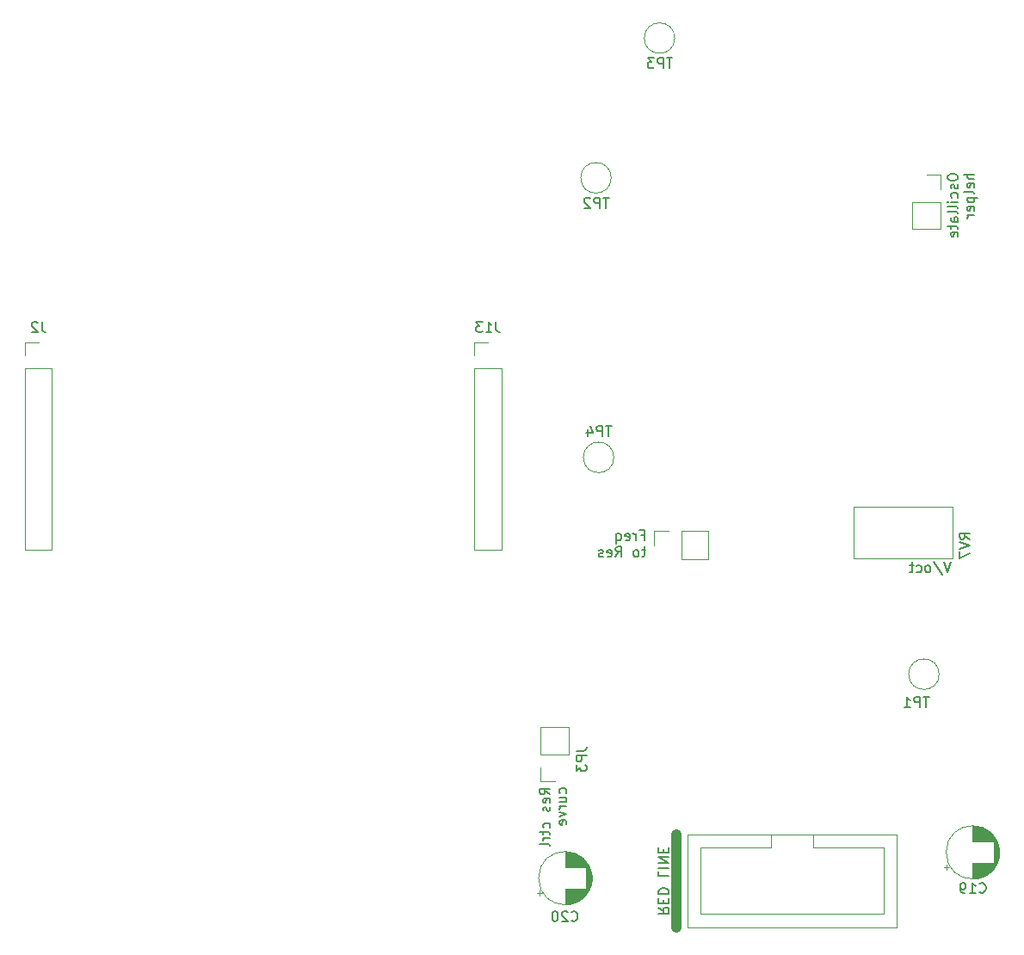
<source format=gbo>
%TF.GenerationSoftware,KiCad,Pcbnew,9.0.3*%
%TF.CreationDate,2026-01-03T16:36:44+00:00*%
%TF.ProjectId,state-variable-filter,73746174-652d-4766-9172-6961626c652d,rev?*%
%TF.SameCoordinates,Original*%
%TF.FileFunction,Legend,Bot*%
%TF.FilePolarity,Positive*%
%FSLAX46Y46*%
G04 Gerber Fmt 4.6, Leading zero omitted, Abs format (unit mm)*
G04 Created by KiCad (PCBNEW 9.0.3) date 2026-01-03 16:36:44*
%MOMM*%
%LPD*%
G01*
G04 APERTURE LIST*
%ADD10C,0.150000*%
%ADD11C,0.120000*%
%ADD12C,1.000000*%
G04 APERTURE END LIST*
D10*
X162171077Y-122313819D02*
X161837744Y-123313819D01*
X161837744Y-123313819D02*
X161504411Y-122313819D01*
X160456792Y-122266200D02*
X161313934Y-123551914D01*
X159980601Y-123313819D02*
X160075839Y-123266200D01*
X160075839Y-123266200D02*
X160123458Y-123218580D01*
X160123458Y-123218580D02*
X160171077Y-123123342D01*
X160171077Y-123123342D02*
X160171077Y-122837628D01*
X160171077Y-122837628D02*
X160123458Y-122742390D01*
X160123458Y-122742390D02*
X160075839Y-122694771D01*
X160075839Y-122694771D02*
X159980601Y-122647152D01*
X159980601Y-122647152D02*
X159837744Y-122647152D01*
X159837744Y-122647152D02*
X159742506Y-122694771D01*
X159742506Y-122694771D02*
X159694887Y-122742390D01*
X159694887Y-122742390D02*
X159647268Y-122837628D01*
X159647268Y-122837628D02*
X159647268Y-123123342D01*
X159647268Y-123123342D02*
X159694887Y-123218580D01*
X159694887Y-123218580D02*
X159742506Y-123266200D01*
X159742506Y-123266200D02*
X159837744Y-123313819D01*
X159837744Y-123313819D02*
X159980601Y-123313819D01*
X158790125Y-123266200D02*
X158885363Y-123313819D01*
X158885363Y-123313819D02*
X159075839Y-123313819D01*
X159075839Y-123313819D02*
X159171077Y-123266200D01*
X159171077Y-123266200D02*
X159218696Y-123218580D01*
X159218696Y-123218580D02*
X159266315Y-123123342D01*
X159266315Y-123123342D02*
X159266315Y-122837628D01*
X159266315Y-122837628D02*
X159218696Y-122742390D01*
X159218696Y-122742390D02*
X159171077Y-122694771D01*
X159171077Y-122694771D02*
X159075839Y-122647152D01*
X159075839Y-122647152D02*
X158885363Y-122647152D01*
X158885363Y-122647152D02*
X158790125Y-122694771D01*
X158504410Y-122647152D02*
X158123458Y-122647152D01*
X158361553Y-122313819D02*
X158361553Y-123170961D01*
X158361553Y-123170961D02*
X158313934Y-123266200D01*
X158313934Y-123266200D02*
X158218696Y-123313819D01*
X158218696Y-123313819D02*
X158123458Y-123313819D01*
X161851875Y-84347255D02*
X161851875Y-84537731D01*
X161851875Y-84537731D02*
X161899494Y-84632969D01*
X161899494Y-84632969D02*
X161994732Y-84728207D01*
X161994732Y-84728207D02*
X162185208Y-84775826D01*
X162185208Y-84775826D02*
X162518541Y-84775826D01*
X162518541Y-84775826D02*
X162709017Y-84728207D01*
X162709017Y-84728207D02*
X162804256Y-84632969D01*
X162804256Y-84632969D02*
X162851875Y-84537731D01*
X162851875Y-84537731D02*
X162851875Y-84347255D01*
X162851875Y-84347255D02*
X162804256Y-84252017D01*
X162804256Y-84252017D02*
X162709017Y-84156779D01*
X162709017Y-84156779D02*
X162518541Y-84109160D01*
X162518541Y-84109160D02*
X162185208Y-84109160D01*
X162185208Y-84109160D02*
X161994732Y-84156779D01*
X161994732Y-84156779D02*
X161899494Y-84252017D01*
X161899494Y-84252017D02*
X161851875Y-84347255D01*
X162804256Y-85156779D02*
X162851875Y-85252017D01*
X162851875Y-85252017D02*
X162851875Y-85442493D01*
X162851875Y-85442493D02*
X162804256Y-85537731D01*
X162804256Y-85537731D02*
X162709017Y-85585350D01*
X162709017Y-85585350D02*
X162661398Y-85585350D01*
X162661398Y-85585350D02*
X162566160Y-85537731D01*
X162566160Y-85537731D02*
X162518541Y-85442493D01*
X162518541Y-85442493D02*
X162518541Y-85299636D01*
X162518541Y-85299636D02*
X162470922Y-85204398D01*
X162470922Y-85204398D02*
X162375684Y-85156779D01*
X162375684Y-85156779D02*
X162328065Y-85156779D01*
X162328065Y-85156779D02*
X162232827Y-85204398D01*
X162232827Y-85204398D02*
X162185208Y-85299636D01*
X162185208Y-85299636D02*
X162185208Y-85442493D01*
X162185208Y-85442493D02*
X162232827Y-85537731D01*
X162804256Y-86442493D02*
X162851875Y-86347255D01*
X162851875Y-86347255D02*
X162851875Y-86156779D01*
X162851875Y-86156779D02*
X162804256Y-86061541D01*
X162804256Y-86061541D02*
X162756636Y-86013922D01*
X162756636Y-86013922D02*
X162661398Y-85966303D01*
X162661398Y-85966303D02*
X162375684Y-85966303D01*
X162375684Y-85966303D02*
X162280446Y-86013922D01*
X162280446Y-86013922D02*
X162232827Y-86061541D01*
X162232827Y-86061541D02*
X162185208Y-86156779D01*
X162185208Y-86156779D02*
X162185208Y-86347255D01*
X162185208Y-86347255D02*
X162232827Y-86442493D01*
X162851875Y-86871065D02*
X162185208Y-86871065D01*
X161851875Y-86871065D02*
X161899494Y-86823446D01*
X161899494Y-86823446D02*
X161947113Y-86871065D01*
X161947113Y-86871065D02*
X161899494Y-86918684D01*
X161899494Y-86918684D02*
X161851875Y-86871065D01*
X161851875Y-86871065D02*
X161947113Y-86871065D01*
X162851875Y-87490112D02*
X162804256Y-87394874D01*
X162804256Y-87394874D02*
X162709017Y-87347255D01*
X162709017Y-87347255D02*
X161851875Y-87347255D01*
X162851875Y-88013922D02*
X162804256Y-87918684D01*
X162804256Y-87918684D02*
X162709017Y-87871065D01*
X162709017Y-87871065D02*
X161851875Y-87871065D01*
X162851875Y-88823446D02*
X162328065Y-88823446D01*
X162328065Y-88823446D02*
X162232827Y-88775827D01*
X162232827Y-88775827D02*
X162185208Y-88680589D01*
X162185208Y-88680589D02*
X162185208Y-88490113D01*
X162185208Y-88490113D02*
X162232827Y-88394875D01*
X162804256Y-88823446D02*
X162851875Y-88728208D01*
X162851875Y-88728208D02*
X162851875Y-88490113D01*
X162851875Y-88490113D02*
X162804256Y-88394875D01*
X162804256Y-88394875D02*
X162709017Y-88347256D01*
X162709017Y-88347256D02*
X162613779Y-88347256D01*
X162613779Y-88347256D02*
X162518541Y-88394875D01*
X162518541Y-88394875D02*
X162470922Y-88490113D01*
X162470922Y-88490113D02*
X162470922Y-88728208D01*
X162470922Y-88728208D02*
X162423303Y-88823446D01*
X162185208Y-89156780D02*
X162185208Y-89537732D01*
X161851875Y-89299637D02*
X162709017Y-89299637D01*
X162709017Y-89299637D02*
X162804256Y-89347256D01*
X162804256Y-89347256D02*
X162851875Y-89442494D01*
X162851875Y-89442494D02*
X162851875Y-89537732D01*
X162804256Y-90252018D02*
X162851875Y-90156780D01*
X162851875Y-90156780D02*
X162851875Y-89966304D01*
X162851875Y-89966304D02*
X162804256Y-89871066D01*
X162804256Y-89871066D02*
X162709017Y-89823447D01*
X162709017Y-89823447D02*
X162328065Y-89823447D01*
X162328065Y-89823447D02*
X162232827Y-89871066D01*
X162232827Y-89871066D02*
X162185208Y-89966304D01*
X162185208Y-89966304D02*
X162185208Y-90156780D01*
X162185208Y-90156780D02*
X162232827Y-90252018D01*
X162232827Y-90252018D02*
X162328065Y-90299637D01*
X162328065Y-90299637D02*
X162423303Y-90299637D01*
X162423303Y-90299637D02*
X162518541Y-89823447D01*
X164461819Y-84156779D02*
X163461819Y-84156779D01*
X164461819Y-84585350D02*
X163938009Y-84585350D01*
X163938009Y-84585350D02*
X163842771Y-84537731D01*
X163842771Y-84537731D02*
X163795152Y-84442493D01*
X163795152Y-84442493D02*
X163795152Y-84299636D01*
X163795152Y-84299636D02*
X163842771Y-84204398D01*
X163842771Y-84204398D02*
X163890390Y-84156779D01*
X164414200Y-85442493D02*
X164461819Y-85347255D01*
X164461819Y-85347255D02*
X164461819Y-85156779D01*
X164461819Y-85156779D02*
X164414200Y-85061541D01*
X164414200Y-85061541D02*
X164318961Y-85013922D01*
X164318961Y-85013922D02*
X163938009Y-85013922D01*
X163938009Y-85013922D02*
X163842771Y-85061541D01*
X163842771Y-85061541D02*
X163795152Y-85156779D01*
X163795152Y-85156779D02*
X163795152Y-85347255D01*
X163795152Y-85347255D02*
X163842771Y-85442493D01*
X163842771Y-85442493D02*
X163938009Y-85490112D01*
X163938009Y-85490112D02*
X164033247Y-85490112D01*
X164033247Y-85490112D02*
X164128485Y-85013922D01*
X164461819Y-86061541D02*
X164414200Y-85966303D01*
X164414200Y-85966303D02*
X164318961Y-85918684D01*
X164318961Y-85918684D02*
X163461819Y-85918684D01*
X163795152Y-86442494D02*
X164795152Y-86442494D01*
X163842771Y-86442494D02*
X163795152Y-86537732D01*
X163795152Y-86537732D02*
X163795152Y-86728208D01*
X163795152Y-86728208D02*
X163842771Y-86823446D01*
X163842771Y-86823446D02*
X163890390Y-86871065D01*
X163890390Y-86871065D02*
X163985628Y-86918684D01*
X163985628Y-86918684D02*
X164271342Y-86918684D01*
X164271342Y-86918684D02*
X164366580Y-86871065D01*
X164366580Y-86871065D02*
X164414200Y-86823446D01*
X164414200Y-86823446D02*
X164461819Y-86728208D01*
X164461819Y-86728208D02*
X164461819Y-86537732D01*
X164461819Y-86537732D02*
X164414200Y-86442494D01*
X164414200Y-87728208D02*
X164461819Y-87632970D01*
X164461819Y-87632970D02*
X164461819Y-87442494D01*
X164461819Y-87442494D02*
X164414200Y-87347256D01*
X164414200Y-87347256D02*
X164318961Y-87299637D01*
X164318961Y-87299637D02*
X163938009Y-87299637D01*
X163938009Y-87299637D02*
X163842771Y-87347256D01*
X163842771Y-87347256D02*
X163795152Y-87442494D01*
X163795152Y-87442494D02*
X163795152Y-87632970D01*
X163795152Y-87632970D02*
X163842771Y-87728208D01*
X163842771Y-87728208D02*
X163938009Y-87775827D01*
X163938009Y-87775827D02*
X164033247Y-87775827D01*
X164033247Y-87775827D02*
X164128485Y-87299637D01*
X164461819Y-88204399D02*
X163795152Y-88204399D01*
X163985628Y-88204399D02*
X163890390Y-88252018D01*
X163890390Y-88252018D02*
X163842771Y-88299637D01*
X163842771Y-88299637D02*
X163795152Y-88394875D01*
X163795152Y-88394875D02*
X163795152Y-88490113D01*
X122719875Y-145180207D02*
X122243684Y-144846874D01*
X122719875Y-144608779D02*
X121719875Y-144608779D01*
X121719875Y-144608779D02*
X121719875Y-144989731D01*
X121719875Y-144989731D02*
X121767494Y-145084969D01*
X121767494Y-145084969D02*
X121815113Y-145132588D01*
X121815113Y-145132588D02*
X121910351Y-145180207D01*
X121910351Y-145180207D02*
X122053208Y-145180207D01*
X122053208Y-145180207D02*
X122148446Y-145132588D01*
X122148446Y-145132588D02*
X122196065Y-145084969D01*
X122196065Y-145084969D02*
X122243684Y-144989731D01*
X122243684Y-144989731D02*
X122243684Y-144608779D01*
X122672256Y-145989731D02*
X122719875Y-145894493D01*
X122719875Y-145894493D02*
X122719875Y-145704017D01*
X122719875Y-145704017D02*
X122672256Y-145608779D01*
X122672256Y-145608779D02*
X122577017Y-145561160D01*
X122577017Y-145561160D02*
X122196065Y-145561160D01*
X122196065Y-145561160D02*
X122100827Y-145608779D01*
X122100827Y-145608779D02*
X122053208Y-145704017D01*
X122053208Y-145704017D02*
X122053208Y-145894493D01*
X122053208Y-145894493D02*
X122100827Y-145989731D01*
X122100827Y-145989731D02*
X122196065Y-146037350D01*
X122196065Y-146037350D02*
X122291303Y-146037350D01*
X122291303Y-146037350D02*
X122386541Y-145561160D01*
X122672256Y-146418303D02*
X122719875Y-146513541D01*
X122719875Y-146513541D02*
X122719875Y-146704017D01*
X122719875Y-146704017D02*
X122672256Y-146799255D01*
X122672256Y-146799255D02*
X122577017Y-146846874D01*
X122577017Y-146846874D02*
X122529398Y-146846874D01*
X122529398Y-146846874D02*
X122434160Y-146799255D01*
X122434160Y-146799255D02*
X122386541Y-146704017D01*
X122386541Y-146704017D02*
X122386541Y-146561160D01*
X122386541Y-146561160D02*
X122338922Y-146465922D01*
X122338922Y-146465922D02*
X122243684Y-146418303D01*
X122243684Y-146418303D02*
X122196065Y-146418303D01*
X122196065Y-146418303D02*
X122100827Y-146465922D01*
X122100827Y-146465922D02*
X122053208Y-146561160D01*
X122053208Y-146561160D02*
X122053208Y-146704017D01*
X122053208Y-146704017D02*
X122100827Y-146799255D01*
X122672256Y-148465922D02*
X122719875Y-148370684D01*
X122719875Y-148370684D02*
X122719875Y-148180208D01*
X122719875Y-148180208D02*
X122672256Y-148084970D01*
X122672256Y-148084970D02*
X122624636Y-148037351D01*
X122624636Y-148037351D02*
X122529398Y-147989732D01*
X122529398Y-147989732D02*
X122243684Y-147989732D01*
X122243684Y-147989732D02*
X122148446Y-148037351D01*
X122148446Y-148037351D02*
X122100827Y-148084970D01*
X122100827Y-148084970D02*
X122053208Y-148180208D01*
X122053208Y-148180208D02*
X122053208Y-148370684D01*
X122053208Y-148370684D02*
X122100827Y-148465922D01*
X122053208Y-148751637D02*
X122053208Y-149132589D01*
X121719875Y-148894494D02*
X122577017Y-148894494D01*
X122577017Y-148894494D02*
X122672256Y-148942113D01*
X122672256Y-148942113D02*
X122719875Y-149037351D01*
X122719875Y-149037351D02*
X122719875Y-149132589D01*
X122719875Y-149465923D02*
X122053208Y-149465923D01*
X122243684Y-149465923D02*
X122148446Y-149513542D01*
X122148446Y-149513542D02*
X122100827Y-149561161D01*
X122100827Y-149561161D02*
X122053208Y-149656399D01*
X122053208Y-149656399D02*
X122053208Y-149751637D01*
X122719875Y-150227828D02*
X122672256Y-150132590D01*
X122672256Y-150132590D02*
X122577017Y-150084971D01*
X122577017Y-150084971D02*
X121719875Y-150084971D01*
X124282200Y-145037350D02*
X124329819Y-144942112D01*
X124329819Y-144942112D02*
X124329819Y-144751636D01*
X124329819Y-144751636D02*
X124282200Y-144656398D01*
X124282200Y-144656398D02*
X124234580Y-144608779D01*
X124234580Y-144608779D02*
X124139342Y-144561160D01*
X124139342Y-144561160D02*
X123853628Y-144561160D01*
X123853628Y-144561160D02*
X123758390Y-144608779D01*
X123758390Y-144608779D02*
X123710771Y-144656398D01*
X123710771Y-144656398D02*
X123663152Y-144751636D01*
X123663152Y-144751636D02*
X123663152Y-144942112D01*
X123663152Y-144942112D02*
X123710771Y-145037350D01*
X123663152Y-145894493D02*
X124329819Y-145894493D01*
X123663152Y-145465922D02*
X124186961Y-145465922D01*
X124186961Y-145465922D02*
X124282200Y-145513541D01*
X124282200Y-145513541D02*
X124329819Y-145608779D01*
X124329819Y-145608779D02*
X124329819Y-145751636D01*
X124329819Y-145751636D02*
X124282200Y-145846874D01*
X124282200Y-145846874D02*
X124234580Y-145894493D01*
X124329819Y-146370684D02*
X123663152Y-146370684D01*
X123853628Y-146370684D02*
X123758390Y-146418303D01*
X123758390Y-146418303D02*
X123710771Y-146465922D01*
X123710771Y-146465922D02*
X123663152Y-146561160D01*
X123663152Y-146561160D02*
X123663152Y-146656398D01*
X123663152Y-146894494D02*
X124329819Y-147132589D01*
X124329819Y-147132589D02*
X123663152Y-147370684D01*
X124282200Y-148132589D02*
X124329819Y-148037351D01*
X124329819Y-148037351D02*
X124329819Y-147846875D01*
X124329819Y-147846875D02*
X124282200Y-147751637D01*
X124282200Y-147751637D02*
X124186961Y-147704018D01*
X124186961Y-147704018D02*
X123806009Y-147704018D01*
X123806009Y-147704018D02*
X123710771Y-147751637D01*
X123710771Y-147751637D02*
X123663152Y-147846875D01*
X123663152Y-147846875D02*
X123663152Y-148037351D01*
X123663152Y-148037351D02*
X123710771Y-148132589D01*
X123710771Y-148132589D02*
X123806009Y-148180208D01*
X123806009Y-148180208D02*
X123901247Y-148180208D01*
X123901247Y-148180208D02*
X123996485Y-147704018D01*
X131663887Y-119656065D02*
X131997220Y-119656065D01*
X131997220Y-120179875D02*
X131997220Y-119179875D01*
X131997220Y-119179875D02*
X131521030Y-119179875D01*
X131140077Y-120179875D02*
X131140077Y-119513208D01*
X131140077Y-119703684D02*
X131092458Y-119608446D01*
X131092458Y-119608446D02*
X131044839Y-119560827D01*
X131044839Y-119560827D02*
X130949601Y-119513208D01*
X130949601Y-119513208D02*
X130854363Y-119513208D01*
X130140077Y-120132256D02*
X130235315Y-120179875D01*
X130235315Y-120179875D02*
X130425791Y-120179875D01*
X130425791Y-120179875D02*
X130521029Y-120132256D01*
X130521029Y-120132256D02*
X130568648Y-120037017D01*
X130568648Y-120037017D02*
X130568648Y-119656065D01*
X130568648Y-119656065D02*
X130521029Y-119560827D01*
X130521029Y-119560827D02*
X130425791Y-119513208D01*
X130425791Y-119513208D02*
X130235315Y-119513208D01*
X130235315Y-119513208D02*
X130140077Y-119560827D01*
X130140077Y-119560827D02*
X130092458Y-119656065D01*
X130092458Y-119656065D02*
X130092458Y-119751303D01*
X130092458Y-119751303D02*
X130568648Y-119846541D01*
X129235315Y-119513208D02*
X129235315Y-120513208D01*
X129235315Y-120132256D02*
X129330553Y-120179875D01*
X129330553Y-120179875D02*
X129521029Y-120179875D01*
X129521029Y-120179875D02*
X129616267Y-120132256D01*
X129616267Y-120132256D02*
X129663886Y-120084636D01*
X129663886Y-120084636D02*
X129711505Y-119989398D01*
X129711505Y-119989398D02*
X129711505Y-119703684D01*
X129711505Y-119703684D02*
X129663886Y-119608446D01*
X129663886Y-119608446D02*
X129616267Y-119560827D01*
X129616267Y-119560827D02*
X129521029Y-119513208D01*
X129521029Y-119513208D02*
X129330553Y-119513208D01*
X129330553Y-119513208D02*
X129235315Y-119560827D01*
X132140077Y-121123152D02*
X131759125Y-121123152D01*
X131997220Y-120789819D02*
X131997220Y-121646961D01*
X131997220Y-121646961D02*
X131949601Y-121742200D01*
X131949601Y-121742200D02*
X131854363Y-121789819D01*
X131854363Y-121789819D02*
X131759125Y-121789819D01*
X131282934Y-121789819D02*
X131378172Y-121742200D01*
X131378172Y-121742200D02*
X131425791Y-121694580D01*
X131425791Y-121694580D02*
X131473410Y-121599342D01*
X131473410Y-121599342D02*
X131473410Y-121313628D01*
X131473410Y-121313628D02*
X131425791Y-121218390D01*
X131425791Y-121218390D02*
X131378172Y-121170771D01*
X131378172Y-121170771D02*
X131282934Y-121123152D01*
X131282934Y-121123152D02*
X131140077Y-121123152D01*
X131140077Y-121123152D02*
X131044839Y-121170771D01*
X131044839Y-121170771D02*
X130997220Y-121218390D01*
X130997220Y-121218390D02*
X130949601Y-121313628D01*
X130949601Y-121313628D02*
X130949601Y-121599342D01*
X130949601Y-121599342D02*
X130997220Y-121694580D01*
X130997220Y-121694580D02*
X131044839Y-121742200D01*
X131044839Y-121742200D02*
X131140077Y-121789819D01*
X131140077Y-121789819D02*
X131282934Y-121789819D01*
X129187696Y-121789819D02*
X129521029Y-121313628D01*
X129759124Y-121789819D02*
X129759124Y-120789819D01*
X129759124Y-120789819D02*
X129378172Y-120789819D01*
X129378172Y-120789819D02*
X129282934Y-120837438D01*
X129282934Y-120837438D02*
X129235315Y-120885057D01*
X129235315Y-120885057D02*
X129187696Y-120980295D01*
X129187696Y-120980295D02*
X129187696Y-121123152D01*
X129187696Y-121123152D02*
X129235315Y-121218390D01*
X129235315Y-121218390D02*
X129282934Y-121266009D01*
X129282934Y-121266009D02*
X129378172Y-121313628D01*
X129378172Y-121313628D02*
X129759124Y-121313628D01*
X128378172Y-121742200D02*
X128473410Y-121789819D01*
X128473410Y-121789819D02*
X128663886Y-121789819D01*
X128663886Y-121789819D02*
X128759124Y-121742200D01*
X128759124Y-121742200D02*
X128806743Y-121646961D01*
X128806743Y-121646961D02*
X128806743Y-121266009D01*
X128806743Y-121266009D02*
X128759124Y-121170771D01*
X128759124Y-121170771D02*
X128663886Y-121123152D01*
X128663886Y-121123152D02*
X128473410Y-121123152D01*
X128473410Y-121123152D02*
X128378172Y-121170771D01*
X128378172Y-121170771D02*
X128330553Y-121266009D01*
X128330553Y-121266009D02*
X128330553Y-121361247D01*
X128330553Y-121361247D02*
X128806743Y-121456485D01*
X127949600Y-121742200D02*
X127854362Y-121789819D01*
X127854362Y-121789819D02*
X127663886Y-121789819D01*
X127663886Y-121789819D02*
X127568648Y-121742200D01*
X127568648Y-121742200D02*
X127521029Y-121646961D01*
X127521029Y-121646961D02*
X127521029Y-121599342D01*
X127521029Y-121599342D02*
X127568648Y-121504104D01*
X127568648Y-121504104D02*
X127663886Y-121456485D01*
X127663886Y-121456485D02*
X127806743Y-121456485D01*
X127806743Y-121456485D02*
X127901981Y-121408866D01*
X127901981Y-121408866D02*
X127949600Y-121313628D01*
X127949600Y-121313628D02*
X127949600Y-121266009D01*
X127949600Y-121266009D02*
X127901981Y-121170771D01*
X127901981Y-121170771D02*
X127806743Y-121123152D01*
X127806743Y-121123152D02*
X127663886Y-121123152D01*
X127663886Y-121123152D02*
X127568648Y-121170771D01*
X128511904Y-86454819D02*
X127940476Y-86454819D01*
X128226190Y-87454819D02*
X128226190Y-86454819D01*
X127607142Y-87454819D02*
X127607142Y-86454819D01*
X127607142Y-86454819D02*
X127226190Y-86454819D01*
X127226190Y-86454819D02*
X127130952Y-86502438D01*
X127130952Y-86502438D02*
X127083333Y-86550057D01*
X127083333Y-86550057D02*
X127035714Y-86645295D01*
X127035714Y-86645295D02*
X127035714Y-86788152D01*
X127035714Y-86788152D02*
X127083333Y-86883390D01*
X127083333Y-86883390D02*
X127130952Y-86931009D01*
X127130952Y-86931009D02*
X127226190Y-86978628D01*
X127226190Y-86978628D02*
X127607142Y-86978628D01*
X126654761Y-86550057D02*
X126607142Y-86502438D01*
X126607142Y-86502438D02*
X126511904Y-86454819D01*
X126511904Y-86454819D02*
X126273809Y-86454819D01*
X126273809Y-86454819D02*
X126178571Y-86502438D01*
X126178571Y-86502438D02*
X126130952Y-86550057D01*
X126130952Y-86550057D02*
X126083333Y-86645295D01*
X126083333Y-86645295D02*
X126083333Y-86740533D01*
X126083333Y-86740533D02*
X126130952Y-86883390D01*
X126130952Y-86883390D02*
X126702380Y-87454819D01*
X126702380Y-87454819D02*
X126083333Y-87454819D01*
X160011904Y-135598819D02*
X159440476Y-135598819D01*
X159726190Y-136598819D02*
X159726190Y-135598819D01*
X159107142Y-136598819D02*
X159107142Y-135598819D01*
X159107142Y-135598819D02*
X158726190Y-135598819D01*
X158726190Y-135598819D02*
X158630952Y-135646438D01*
X158630952Y-135646438D02*
X158583333Y-135694057D01*
X158583333Y-135694057D02*
X158535714Y-135789295D01*
X158535714Y-135789295D02*
X158535714Y-135932152D01*
X158535714Y-135932152D02*
X158583333Y-136027390D01*
X158583333Y-136027390D02*
X158630952Y-136075009D01*
X158630952Y-136075009D02*
X158726190Y-136122628D01*
X158726190Y-136122628D02*
X159107142Y-136122628D01*
X157583333Y-136598819D02*
X158154761Y-136598819D01*
X157869047Y-136598819D02*
X157869047Y-135598819D01*
X157869047Y-135598819D02*
X157964285Y-135741676D01*
X157964285Y-135741676D02*
X158059523Y-135836914D01*
X158059523Y-135836914D02*
X158154761Y-135884533D01*
X128769904Y-108928819D02*
X128198476Y-108928819D01*
X128484190Y-109928819D02*
X128484190Y-108928819D01*
X127865142Y-109928819D02*
X127865142Y-108928819D01*
X127865142Y-108928819D02*
X127484190Y-108928819D01*
X127484190Y-108928819D02*
X127388952Y-108976438D01*
X127388952Y-108976438D02*
X127341333Y-109024057D01*
X127341333Y-109024057D02*
X127293714Y-109119295D01*
X127293714Y-109119295D02*
X127293714Y-109262152D01*
X127293714Y-109262152D02*
X127341333Y-109357390D01*
X127341333Y-109357390D02*
X127388952Y-109405009D01*
X127388952Y-109405009D02*
X127484190Y-109452628D01*
X127484190Y-109452628D02*
X127865142Y-109452628D01*
X126436571Y-109262152D02*
X126436571Y-109928819D01*
X126674666Y-108881200D02*
X126912761Y-109595485D01*
X126912761Y-109595485D02*
X126293714Y-109595485D01*
X164980857Y-154791580D02*
X165028476Y-154839200D01*
X165028476Y-154839200D02*
X165171333Y-154886819D01*
X165171333Y-154886819D02*
X165266571Y-154886819D01*
X165266571Y-154886819D02*
X165409428Y-154839200D01*
X165409428Y-154839200D02*
X165504666Y-154743961D01*
X165504666Y-154743961D02*
X165552285Y-154648723D01*
X165552285Y-154648723D02*
X165599904Y-154458247D01*
X165599904Y-154458247D02*
X165599904Y-154315390D01*
X165599904Y-154315390D02*
X165552285Y-154124914D01*
X165552285Y-154124914D02*
X165504666Y-154029676D01*
X165504666Y-154029676D02*
X165409428Y-153934438D01*
X165409428Y-153934438D02*
X165266571Y-153886819D01*
X165266571Y-153886819D02*
X165171333Y-153886819D01*
X165171333Y-153886819D02*
X165028476Y-153934438D01*
X165028476Y-153934438D02*
X164980857Y-153982057D01*
X164028476Y-154886819D02*
X164599904Y-154886819D01*
X164314190Y-154886819D02*
X164314190Y-153886819D01*
X164314190Y-153886819D02*
X164409428Y-154029676D01*
X164409428Y-154029676D02*
X164504666Y-154124914D01*
X164504666Y-154124914D02*
X164599904Y-154172533D01*
X163552285Y-154886819D02*
X163361809Y-154886819D01*
X163361809Y-154886819D02*
X163266571Y-154839200D01*
X163266571Y-154839200D02*
X163218952Y-154791580D01*
X163218952Y-154791580D02*
X163123714Y-154648723D01*
X163123714Y-154648723D02*
X163076095Y-154458247D01*
X163076095Y-154458247D02*
X163076095Y-154077295D01*
X163076095Y-154077295D02*
X163123714Y-153982057D01*
X163123714Y-153982057D02*
X163171333Y-153934438D01*
X163171333Y-153934438D02*
X163266571Y-153886819D01*
X163266571Y-153886819D02*
X163457047Y-153886819D01*
X163457047Y-153886819D02*
X163552285Y-153934438D01*
X163552285Y-153934438D02*
X163599904Y-153982057D01*
X163599904Y-153982057D02*
X163647523Y-154077295D01*
X163647523Y-154077295D02*
X163647523Y-154315390D01*
X163647523Y-154315390D02*
X163599904Y-154410628D01*
X163599904Y-154410628D02*
X163552285Y-154458247D01*
X163552285Y-154458247D02*
X163457047Y-154505866D01*
X163457047Y-154505866D02*
X163266571Y-154505866D01*
X163266571Y-154505866D02*
X163171333Y-154458247D01*
X163171333Y-154458247D02*
X163123714Y-154410628D01*
X163123714Y-154410628D02*
X163076095Y-154315390D01*
X133403180Y-156312857D02*
X133879371Y-156646190D01*
X133403180Y-156884285D02*
X134403180Y-156884285D01*
X134403180Y-156884285D02*
X134403180Y-156503333D01*
X134403180Y-156503333D02*
X134355561Y-156408095D01*
X134355561Y-156408095D02*
X134307942Y-156360476D01*
X134307942Y-156360476D02*
X134212704Y-156312857D01*
X134212704Y-156312857D02*
X134069847Y-156312857D01*
X134069847Y-156312857D02*
X133974609Y-156360476D01*
X133974609Y-156360476D02*
X133926990Y-156408095D01*
X133926990Y-156408095D02*
X133879371Y-156503333D01*
X133879371Y-156503333D02*
X133879371Y-156884285D01*
X133926990Y-155884285D02*
X133926990Y-155550952D01*
X133403180Y-155408095D02*
X133403180Y-155884285D01*
X133403180Y-155884285D02*
X134403180Y-155884285D01*
X134403180Y-155884285D02*
X134403180Y-155408095D01*
X133403180Y-154979523D02*
X134403180Y-154979523D01*
X134403180Y-154979523D02*
X134403180Y-154741428D01*
X134403180Y-154741428D02*
X134355561Y-154598571D01*
X134355561Y-154598571D02*
X134260323Y-154503333D01*
X134260323Y-154503333D02*
X134165085Y-154455714D01*
X134165085Y-154455714D02*
X133974609Y-154408095D01*
X133974609Y-154408095D02*
X133831752Y-154408095D01*
X133831752Y-154408095D02*
X133641276Y-154455714D01*
X133641276Y-154455714D02*
X133546038Y-154503333D01*
X133546038Y-154503333D02*
X133450800Y-154598571D01*
X133450800Y-154598571D02*
X133403180Y-154741428D01*
X133403180Y-154741428D02*
X133403180Y-154979523D01*
X133403180Y-152741428D02*
X133403180Y-153217618D01*
X133403180Y-153217618D02*
X134403180Y-153217618D01*
X133403180Y-152408094D02*
X134403180Y-152408094D01*
X133403180Y-151931904D02*
X134403180Y-151931904D01*
X134403180Y-151931904D02*
X133403180Y-151360476D01*
X133403180Y-151360476D02*
X134403180Y-151360476D01*
X133926990Y-150884285D02*
X133926990Y-150550952D01*
X133403180Y-150408095D02*
X133403180Y-150884285D01*
X133403180Y-150884285D02*
X134403180Y-150884285D01*
X134403180Y-150884285D02*
X134403180Y-150408095D01*
X164030819Y-120054761D02*
X163554628Y-119721428D01*
X164030819Y-119483333D02*
X163030819Y-119483333D01*
X163030819Y-119483333D02*
X163030819Y-119864285D01*
X163030819Y-119864285D02*
X163078438Y-119959523D01*
X163078438Y-119959523D02*
X163126057Y-120007142D01*
X163126057Y-120007142D02*
X163221295Y-120054761D01*
X163221295Y-120054761D02*
X163364152Y-120054761D01*
X163364152Y-120054761D02*
X163459390Y-120007142D01*
X163459390Y-120007142D02*
X163507009Y-119959523D01*
X163507009Y-119959523D02*
X163554628Y-119864285D01*
X163554628Y-119864285D02*
X163554628Y-119483333D01*
X163030819Y-120340476D02*
X164030819Y-120673809D01*
X164030819Y-120673809D02*
X163030819Y-121007142D01*
X163030819Y-121245238D02*
X163030819Y-121911904D01*
X163030819Y-121911904D02*
X164030819Y-121483333D01*
X72733333Y-98684819D02*
X72733333Y-99399104D01*
X72733333Y-99399104D02*
X72780952Y-99541961D01*
X72780952Y-99541961D02*
X72876190Y-99637200D01*
X72876190Y-99637200D02*
X73019047Y-99684819D01*
X73019047Y-99684819D02*
X73114285Y-99684819D01*
X72304761Y-98780057D02*
X72257142Y-98732438D01*
X72257142Y-98732438D02*
X72161904Y-98684819D01*
X72161904Y-98684819D02*
X71923809Y-98684819D01*
X71923809Y-98684819D02*
X71828571Y-98732438D01*
X71828571Y-98732438D02*
X71780952Y-98780057D01*
X71780952Y-98780057D02*
X71733333Y-98875295D01*
X71733333Y-98875295D02*
X71733333Y-98970533D01*
X71733333Y-98970533D02*
X71780952Y-99113390D01*
X71780952Y-99113390D02*
X72352380Y-99684819D01*
X72352380Y-99684819D02*
X71733333Y-99684819D01*
X134761904Y-72704819D02*
X134190476Y-72704819D01*
X134476190Y-73704819D02*
X134476190Y-72704819D01*
X133857142Y-73704819D02*
X133857142Y-72704819D01*
X133857142Y-72704819D02*
X133476190Y-72704819D01*
X133476190Y-72704819D02*
X133380952Y-72752438D01*
X133380952Y-72752438D02*
X133333333Y-72800057D01*
X133333333Y-72800057D02*
X133285714Y-72895295D01*
X133285714Y-72895295D02*
X133285714Y-73038152D01*
X133285714Y-73038152D02*
X133333333Y-73133390D01*
X133333333Y-73133390D02*
X133380952Y-73181009D01*
X133380952Y-73181009D02*
X133476190Y-73228628D01*
X133476190Y-73228628D02*
X133857142Y-73228628D01*
X132952380Y-72704819D02*
X132333333Y-72704819D01*
X132333333Y-72704819D02*
X132666666Y-73085771D01*
X132666666Y-73085771D02*
X132523809Y-73085771D01*
X132523809Y-73085771D02*
X132428571Y-73133390D01*
X132428571Y-73133390D02*
X132380952Y-73181009D01*
X132380952Y-73181009D02*
X132333333Y-73276247D01*
X132333333Y-73276247D02*
X132333333Y-73514342D01*
X132333333Y-73514342D02*
X132380952Y-73609580D01*
X132380952Y-73609580D02*
X132428571Y-73657200D01*
X132428571Y-73657200D02*
X132523809Y-73704819D01*
X132523809Y-73704819D02*
X132809523Y-73704819D01*
X132809523Y-73704819D02*
X132904761Y-73657200D01*
X132904761Y-73657200D02*
X132952380Y-73609580D01*
X125311819Y-140898666D02*
X126026104Y-140898666D01*
X126026104Y-140898666D02*
X126168961Y-140851047D01*
X126168961Y-140851047D02*
X126264200Y-140755809D01*
X126264200Y-140755809D02*
X126311819Y-140612952D01*
X126311819Y-140612952D02*
X126311819Y-140517714D01*
X126311819Y-141374857D02*
X125311819Y-141374857D01*
X125311819Y-141374857D02*
X125311819Y-141755809D01*
X125311819Y-141755809D02*
X125359438Y-141851047D01*
X125359438Y-141851047D02*
X125407057Y-141898666D01*
X125407057Y-141898666D02*
X125502295Y-141946285D01*
X125502295Y-141946285D02*
X125645152Y-141946285D01*
X125645152Y-141946285D02*
X125740390Y-141898666D01*
X125740390Y-141898666D02*
X125788009Y-141851047D01*
X125788009Y-141851047D02*
X125835628Y-141755809D01*
X125835628Y-141755809D02*
X125835628Y-141374857D01*
X125311819Y-142279619D02*
X125311819Y-142898666D01*
X125311819Y-142898666D02*
X125692771Y-142565333D01*
X125692771Y-142565333D02*
X125692771Y-142708190D01*
X125692771Y-142708190D02*
X125740390Y-142803428D01*
X125740390Y-142803428D02*
X125788009Y-142851047D01*
X125788009Y-142851047D02*
X125883247Y-142898666D01*
X125883247Y-142898666D02*
X126121342Y-142898666D01*
X126121342Y-142898666D02*
X126216580Y-142851047D01*
X126216580Y-142851047D02*
X126264200Y-142803428D01*
X126264200Y-142803428D02*
X126311819Y-142708190D01*
X126311819Y-142708190D02*
X126311819Y-142422476D01*
X126311819Y-142422476D02*
X126264200Y-142327238D01*
X126264200Y-142327238D02*
X126216580Y-142279619D01*
X124832857Y-157585580D02*
X124880476Y-157633200D01*
X124880476Y-157633200D02*
X125023333Y-157680819D01*
X125023333Y-157680819D02*
X125118571Y-157680819D01*
X125118571Y-157680819D02*
X125261428Y-157633200D01*
X125261428Y-157633200D02*
X125356666Y-157537961D01*
X125356666Y-157537961D02*
X125404285Y-157442723D01*
X125404285Y-157442723D02*
X125451904Y-157252247D01*
X125451904Y-157252247D02*
X125451904Y-157109390D01*
X125451904Y-157109390D02*
X125404285Y-156918914D01*
X125404285Y-156918914D02*
X125356666Y-156823676D01*
X125356666Y-156823676D02*
X125261428Y-156728438D01*
X125261428Y-156728438D02*
X125118571Y-156680819D01*
X125118571Y-156680819D02*
X125023333Y-156680819D01*
X125023333Y-156680819D02*
X124880476Y-156728438D01*
X124880476Y-156728438D02*
X124832857Y-156776057D01*
X124451904Y-156776057D02*
X124404285Y-156728438D01*
X124404285Y-156728438D02*
X124309047Y-156680819D01*
X124309047Y-156680819D02*
X124070952Y-156680819D01*
X124070952Y-156680819D02*
X123975714Y-156728438D01*
X123975714Y-156728438D02*
X123928095Y-156776057D01*
X123928095Y-156776057D02*
X123880476Y-156871295D01*
X123880476Y-156871295D02*
X123880476Y-156966533D01*
X123880476Y-156966533D02*
X123928095Y-157109390D01*
X123928095Y-157109390D02*
X124499523Y-157680819D01*
X124499523Y-157680819D02*
X123880476Y-157680819D01*
X123261428Y-156680819D02*
X123166190Y-156680819D01*
X123166190Y-156680819D02*
X123070952Y-156728438D01*
X123070952Y-156728438D02*
X123023333Y-156776057D01*
X123023333Y-156776057D02*
X122975714Y-156871295D01*
X122975714Y-156871295D02*
X122928095Y-157061771D01*
X122928095Y-157061771D02*
X122928095Y-157299866D01*
X122928095Y-157299866D02*
X122975714Y-157490342D01*
X122975714Y-157490342D02*
X123023333Y-157585580D01*
X123023333Y-157585580D02*
X123070952Y-157633200D01*
X123070952Y-157633200D02*
X123166190Y-157680819D01*
X123166190Y-157680819D02*
X123261428Y-157680819D01*
X123261428Y-157680819D02*
X123356666Y-157633200D01*
X123356666Y-157633200D02*
X123404285Y-157585580D01*
X123404285Y-157585580D02*
X123451904Y-157490342D01*
X123451904Y-157490342D02*
X123499523Y-157299866D01*
X123499523Y-157299866D02*
X123499523Y-157061771D01*
X123499523Y-157061771D02*
X123451904Y-156871295D01*
X123451904Y-156871295D02*
X123404285Y-156776057D01*
X123404285Y-156776057D02*
X123356666Y-156728438D01*
X123356666Y-156728438D02*
X123261428Y-156680819D01*
X117409523Y-98684819D02*
X117409523Y-99399104D01*
X117409523Y-99399104D02*
X117457142Y-99541961D01*
X117457142Y-99541961D02*
X117552380Y-99637200D01*
X117552380Y-99637200D02*
X117695237Y-99684819D01*
X117695237Y-99684819D02*
X117790475Y-99684819D01*
X116409523Y-99684819D02*
X116980951Y-99684819D01*
X116695237Y-99684819D02*
X116695237Y-98684819D01*
X116695237Y-98684819D02*
X116790475Y-98827676D01*
X116790475Y-98827676D02*
X116885713Y-98922914D01*
X116885713Y-98922914D02*
X116980951Y-98970533D01*
X116076189Y-98684819D02*
X115457142Y-98684819D01*
X115457142Y-98684819D02*
X115790475Y-99065771D01*
X115790475Y-99065771D02*
X115647618Y-99065771D01*
X115647618Y-99065771D02*
X115552380Y-99113390D01*
X115552380Y-99113390D02*
X115504761Y-99161009D01*
X115504761Y-99161009D02*
X115457142Y-99256247D01*
X115457142Y-99256247D02*
X115457142Y-99494342D01*
X115457142Y-99494342D02*
X115504761Y-99589580D01*
X115504761Y-99589580D02*
X115552380Y-99637200D01*
X115552380Y-99637200D02*
X115647618Y-99684819D01*
X115647618Y-99684819D02*
X115933332Y-99684819D01*
X115933332Y-99684819D02*
X116028570Y-99637200D01*
X116028570Y-99637200D02*
X116076189Y-99589580D01*
D11*
%TO.C,TP2*%
X128750000Y-84500000D02*
G75*
G02*
X125750000Y-84500000I-1500000J0D01*
G01*
X125750000Y-84500000D02*
G75*
G02*
X128750000Y-84500000I1500000J0D01*
G01*
%TO.C,TP1*%
X161012000Y-133350000D02*
G75*
G02*
X158012000Y-133350000I-1500000J0D01*
G01*
X158012000Y-133350000D02*
G75*
G02*
X161012000Y-133350000I1500000J0D01*
G01*
%TO.C,TP4*%
X129008000Y-112014000D02*
G75*
G02*
X126008000Y-112014000I-1500000J0D01*
G01*
X126008000Y-112014000D02*
G75*
G02*
X129008000Y-112014000I1500000J0D01*
G01*
%TO.C,C19*%
X161517225Y-152351000D02*
X162017225Y-152351000D01*
X161767225Y-152601000D02*
X161767225Y-152101000D01*
X164322000Y-149836000D02*
X164322000Y-148296000D01*
X164322000Y-153456000D02*
X164322000Y-151916000D01*
X164362000Y-149836000D02*
X164362000Y-148296000D01*
X164362000Y-153456000D02*
X164362000Y-151916000D01*
X164402000Y-149836000D02*
X164402000Y-148297000D01*
X164402000Y-153455000D02*
X164402000Y-151916000D01*
X164442000Y-149836000D02*
X164442000Y-148298000D01*
X164442000Y-153454000D02*
X164442000Y-151916000D01*
X164482000Y-149836000D02*
X164482000Y-148300000D01*
X164482000Y-153452000D02*
X164482000Y-151916000D01*
X164522000Y-149836000D02*
X164522000Y-148303000D01*
X164522000Y-153449000D02*
X164522000Y-151916000D01*
X164562000Y-149836000D02*
X164562000Y-148307000D01*
X164562000Y-153445000D02*
X164562000Y-151916000D01*
X164602000Y-149836000D02*
X164602000Y-148311000D01*
X164602000Y-153441000D02*
X164602000Y-151916000D01*
X164642000Y-149836000D02*
X164642000Y-148315000D01*
X164642000Y-153437000D02*
X164642000Y-151916000D01*
X164682000Y-149836000D02*
X164682000Y-148320000D01*
X164682000Y-153432000D02*
X164682000Y-151916000D01*
X164722000Y-149836000D02*
X164722000Y-148326000D01*
X164722000Y-153426000D02*
X164722000Y-151916000D01*
X164762000Y-149836000D02*
X164762000Y-148333000D01*
X164762000Y-153419000D02*
X164762000Y-151916000D01*
X164802000Y-149836000D02*
X164802000Y-148340000D01*
X164802000Y-153412000D02*
X164802000Y-151916000D01*
X164842000Y-149836000D02*
X164842000Y-148348000D01*
X164842000Y-153404000D02*
X164842000Y-151916000D01*
X164882000Y-149836000D02*
X164882000Y-148356000D01*
X164882000Y-153396000D02*
X164882000Y-151916000D01*
X164922000Y-149836000D02*
X164922000Y-148365000D01*
X164922000Y-153387000D02*
X164922000Y-151916000D01*
X164962000Y-149836000D02*
X164962000Y-148375000D01*
X164962000Y-153377000D02*
X164962000Y-151916000D01*
X165002000Y-149836000D02*
X165002000Y-148385000D01*
X165002000Y-153367000D02*
X165002000Y-151916000D01*
X165043000Y-149836000D02*
X165043000Y-148396000D01*
X165043000Y-153356000D02*
X165043000Y-151916000D01*
X165083000Y-149836000D02*
X165083000Y-148408000D01*
X165083000Y-153344000D02*
X165083000Y-151916000D01*
X165123000Y-149836000D02*
X165123000Y-148421000D01*
X165123000Y-153331000D02*
X165123000Y-151916000D01*
X165163000Y-149836000D02*
X165163000Y-148434000D01*
X165163000Y-153318000D02*
X165163000Y-151916000D01*
X165203000Y-149836000D02*
X165203000Y-148448000D01*
X165203000Y-153304000D02*
X165203000Y-151916000D01*
X165243000Y-149836000D02*
X165243000Y-148462000D01*
X165243000Y-153290000D02*
X165243000Y-151916000D01*
X165283000Y-149836000D02*
X165283000Y-148478000D01*
X165283000Y-153274000D02*
X165283000Y-151916000D01*
X165323000Y-149836000D02*
X165323000Y-148494000D01*
X165323000Y-153258000D02*
X165323000Y-151916000D01*
X165363000Y-149836000D02*
X165363000Y-148511000D01*
X165363000Y-153241000D02*
X165363000Y-151916000D01*
X165403000Y-149836000D02*
X165403000Y-148528000D01*
X165403000Y-153224000D02*
X165403000Y-151916000D01*
X165443000Y-149836000D02*
X165443000Y-148547000D01*
X165443000Y-153205000D02*
X165443000Y-151916000D01*
X165483000Y-149836000D02*
X165483000Y-148566000D01*
X165483000Y-153186000D02*
X165483000Y-151916000D01*
X165523000Y-149836000D02*
X165523000Y-148586000D01*
X165523000Y-153166000D02*
X165523000Y-151916000D01*
X165563000Y-149836000D02*
X165563000Y-148608000D01*
X165563000Y-153144000D02*
X165563000Y-151916000D01*
X165603000Y-149836000D02*
X165603000Y-148629000D01*
X165603000Y-153123000D02*
X165603000Y-151916000D01*
X165643000Y-149836000D02*
X165643000Y-148652000D01*
X165643000Y-153100000D02*
X165643000Y-151916000D01*
X165683000Y-149836000D02*
X165683000Y-148676000D01*
X165683000Y-153076000D02*
X165683000Y-151916000D01*
X165723000Y-149836000D02*
X165723000Y-148701000D01*
X165723000Y-153051000D02*
X165723000Y-151916000D01*
X165763000Y-149836000D02*
X165763000Y-148727000D01*
X165763000Y-153025000D02*
X165763000Y-151916000D01*
X165803000Y-149836000D02*
X165803000Y-148754000D01*
X165803000Y-152998000D02*
X165803000Y-151916000D01*
X165843000Y-149836000D02*
X165843000Y-148781000D01*
X165843000Y-152971000D02*
X165843000Y-151916000D01*
X165883000Y-149836000D02*
X165883000Y-148811000D01*
X165883000Y-152941000D02*
X165883000Y-151916000D01*
X165923000Y-149836000D02*
X165923000Y-148841000D01*
X165923000Y-152911000D02*
X165923000Y-151916000D01*
X165963000Y-149836000D02*
X165963000Y-148872000D01*
X165963000Y-152880000D02*
X165963000Y-151916000D01*
X166003000Y-149836000D02*
X166003000Y-148905000D01*
X166003000Y-152847000D02*
X166003000Y-151916000D01*
X166043000Y-149836000D02*
X166043000Y-148939000D01*
X166043000Y-152813000D02*
X166043000Y-151916000D01*
X166083000Y-149836000D02*
X166083000Y-148975000D01*
X166083000Y-152777000D02*
X166083000Y-151916000D01*
X166123000Y-149836000D02*
X166123000Y-149012000D01*
X166123000Y-152740000D02*
X166123000Y-151916000D01*
X166163000Y-149836000D02*
X166163000Y-149050000D01*
X166163000Y-152702000D02*
X166163000Y-151916000D01*
X166203000Y-149836000D02*
X166203000Y-149091000D01*
X166203000Y-152661000D02*
X166203000Y-151916000D01*
X166243000Y-149836000D02*
X166243000Y-149133000D01*
X166243000Y-152619000D02*
X166243000Y-151916000D01*
X166283000Y-149836000D02*
X166283000Y-149177000D01*
X166283000Y-152575000D02*
X166283000Y-151916000D01*
X166323000Y-149836000D02*
X166323000Y-149223000D01*
X166323000Y-152529000D02*
X166323000Y-151916000D01*
X166363000Y-152481000D02*
X166363000Y-149271000D01*
X166403000Y-152430000D02*
X166403000Y-149322000D01*
X166443000Y-152376000D02*
X166443000Y-149376000D01*
X166483000Y-152319000D02*
X166483000Y-149433000D01*
X166523000Y-152259000D02*
X166523000Y-149493000D01*
X166563000Y-152195000D02*
X166563000Y-149557000D01*
X166603000Y-152127000D02*
X166603000Y-149625000D01*
X166643000Y-152054000D02*
X166643000Y-149698000D01*
X166683000Y-151974000D02*
X166683000Y-149778000D01*
X166723000Y-151887000D02*
X166723000Y-149865000D01*
X166763000Y-151791000D02*
X166763000Y-149961000D01*
X166803000Y-151681000D02*
X166803000Y-150071000D01*
X166843000Y-151553000D02*
X166843000Y-150199000D01*
X166883000Y-151394000D02*
X166883000Y-150358000D01*
X166923000Y-151160000D02*
X166923000Y-150592000D01*
X166942000Y-150876000D02*
G75*
G02*
X161702000Y-150876000I-2620000J0D01*
G01*
X161702000Y-150876000D02*
G75*
G02*
X166942000Y-150876000I2620000J0D01*
G01*
D12*
%TO.C,J15*%
X135128000Y-149098000D02*
X135128000Y-158242000D01*
D11*
X136268000Y-149110000D02*
X136268000Y-158230000D01*
X136268000Y-158230000D02*
X156848000Y-158230000D01*
X137568000Y-150420000D02*
X137568000Y-156920000D01*
X137568000Y-156920000D02*
X155548000Y-156920000D01*
X144508000Y-149110000D02*
X144508000Y-150420000D01*
X144508000Y-150420000D02*
X137568000Y-150420000D01*
X148608000Y-150420000D02*
X148608000Y-149110000D01*
X148608000Y-150420000D02*
X148608000Y-150420000D01*
X155548000Y-150420000D02*
X148608000Y-150420000D01*
X155548000Y-156920000D02*
X155548000Y-150420000D01*
X156848000Y-149110000D02*
X136268000Y-149110000D01*
X156848000Y-158230000D02*
X156848000Y-149110000D01*
%TO.C,RV7*%
X152595000Y-116840000D02*
X162365000Y-116840000D01*
X152595000Y-121910000D02*
X152595000Y-116840000D01*
X152595000Y-121910000D02*
X162365000Y-121910000D01*
X162365000Y-121910000D02*
X162365000Y-116840000D01*
%TO.C,J2*%
X71070000Y-100670000D02*
X71070000Y-102000000D01*
X71070000Y-103270000D02*
X71070000Y-121110000D01*
X72400000Y-100670000D02*
X71070000Y-100670000D01*
X73730000Y-103270000D02*
X71070000Y-103270000D01*
X73730000Y-103270000D02*
X73730000Y-121110000D01*
X73730000Y-121110000D02*
X71070000Y-121110000D01*
%TO.C,JP1*%
X158386000Y-86868000D02*
X158386000Y-89518000D01*
X161146000Y-84218000D02*
X159766000Y-84218000D01*
X161146000Y-85598000D02*
X161146000Y-84218000D01*
X161146000Y-86868000D02*
X158386000Y-86868000D01*
X161146000Y-86868000D02*
X161146000Y-89518000D01*
X161146000Y-89518000D02*
X158386000Y-89518000D01*
%TO.C,TP3*%
X135000000Y-70750000D02*
G75*
G02*
X132000000Y-70750000I-1500000J0D01*
G01*
X132000000Y-70750000D02*
G75*
G02*
X135000000Y-70750000I1500000J0D01*
G01*
%TO.C,JP3*%
X121810000Y-138574000D02*
X124570000Y-138574000D01*
X121810000Y-141224000D02*
X121810000Y-138574000D01*
X121810000Y-141224000D02*
X124570000Y-141224000D01*
X121810000Y-142494000D02*
X121810000Y-143874000D01*
X121810000Y-143874000D02*
X123190000Y-143874000D01*
X124570000Y-141224000D02*
X124570000Y-138574000D01*
%TO.C,C20*%
X121417225Y-154891000D02*
X121917225Y-154891000D01*
X121667225Y-155141000D02*
X121667225Y-154641000D01*
X124222000Y-152376000D02*
X124222000Y-150836000D01*
X124222000Y-155996000D02*
X124222000Y-154456000D01*
X124262000Y-152376000D02*
X124262000Y-150836000D01*
X124262000Y-155996000D02*
X124262000Y-154456000D01*
X124302000Y-152376000D02*
X124302000Y-150837000D01*
X124302000Y-155995000D02*
X124302000Y-154456000D01*
X124342000Y-152376000D02*
X124342000Y-150838000D01*
X124342000Y-155994000D02*
X124342000Y-154456000D01*
X124382000Y-152376000D02*
X124382000Y-150840000D01*
X124382000Y-155992000D02*
X124382000Y-154456000D01*
X124422000Y-152376000D02*
X124422000Y-150843000D01*
X124422000Y-155989000D02*
X124422000Y-154456000D01*
X124462000Y-152376000D02*
X124462000Y-150847000D01*
X124462000Y-155985000D02*
X124462000Y-154456000D01*
X124502000Y-152376000D02*
X124502000Y-150851000D01*
X124502000Y-155981000D02*
X124502000Y-154456000D01*
X124542000Y-152376000D02*
X124542000Y-150855000D01*
X124542000Y-155977000D02*
X124542000Y-154456000D01*
X124582000Y-152376000D02*
X124582000Y-150860000D01*
X124582000Y-155972000D02*
X124582000Y-154456000D01*
X124622000Y-152376000D02*
X124622000Y-150866000D01*
X124622000Y-155966000D02*
X124622000Y-154456000D01*
X124662000Y-152376000D02*
X124662000Y-150873000D01*
X124662000Y-155959000D02*
X124662000Y-154456000D01*
X124702000Y-152376000D02*
X124702000Y-150880000D01*
X124702000Y-155952000D02*
X124702000Y-154456000D01*
X124742000Y-152376000D02*
X124742000Y-150888000D01*
X124742000Y-155944000D02*
X124742000Y-154456000D01*
X124782000Y-152376000D02*
X124782000Y-150896000D01*
X124782000Y-155936000D02*
X124782000Y-154456000D01*
X124822000Y-152376000D02*
X124822000Y-150905000D01*
X124822000Y-155927000D02*
X124822000Y-154456000D01*
X124862000Y-152376000D02*
X124862000Y-150915000D01*
X124862000Y-155917000D02*
X124862000Y-154456000D01*
X124902000Y-152376000D02*
X124902000Y-150925000D01*
X124902000Y-155907000D02*
X124902000Y-154456000D01*
X124943000Y-152376000D02*
X124943000Y-150936000D01*
X124943000Y-155896000D02*
X124943000Y-154456000D01*
X124983000Y-152376000D02*
X124983000Y-150948000D01*
X124983000Y-155884000D02*
X124983000Y-154456000D01*
X125023000Y-152376000D02*
X125023000Y-150961000D01*
X125023000Y-155871000D02*
X125023000Y-154456000D01*
X125063000Y-152376000D02*
X125063000Y-150974000D01*
X125063000Y-155858000D02*
X125063000Y-154456000D01*
X125103000Y-152376000D02*
X125103000Y-150988000D01*
X125103000Y-155844000D02*
X125103000Y-154456000D01*
X125143000Y-152376000D02*
X125143000Y-151002000D01*
X125143000Y-155830000D02*
X125143000Y-154456000D01*
X125183000Y-152376000D02*
X125183000Y-151018000D01*
X125183000Y-155814000D02*
X125183000Y-154456000D01*
X125223000Y-152376000D02*
X125223000Y-151034000D01*
X125223000Y-155798000D02*
X125223000Y-154456000D01*
X125263000Y-152376000D02*
X125263000Y-151051000D01*
X125263000Y-155781000D02*
X125263000Y-154456000D01*
X125303000Y-152376000D02*
X125303000Y-151068000D01*
X125303000Y-155764000D02*
X125303000Y-154456000D01*
X125343000Y-152376000D02*
X125343000Y-151087000D01*
X125343000Y-155745000D02*
X125343000Y-154456000D01*
X125383000Y-152376000D02*
X125383000Y-151106000D01*
X125383000Y-155726000D02*
X125383000Y-154456000D01*
X125423000Y-152376000D02*
X125423000Y-151126000D01*
X125423000Y-155706000D02*
X125423000Y-154456000D01*
X125463000Y-152376000D02*
X125463000Y-151148000D01*
X125463000Y-155684000D02*
X125463000Y-154456000D01*
X125503000Y-152376000D02*
X125503000Y-151169000D01*
X125503000Y-155663000D02*
X125503000Y-154456000D01*
X125543000Y-152376000D02*
X125543000Y-151192000D01*
X125543000Y-155640000D02*
X125543000Y-154456000D01*
X125583000Y-152376000D02*
X125583000Y-151216000D01*
X125583000Y-155616000D02*
X125583000Y-154456000D01*
X125623000Y-152376000D02*
X125623000Y-151241000D01*
X125623000Y-155591000D02*
X125623000Y-154456000D01*
X125663000Y-152376000D02*
X125663000Y-151267000D01*
X125663000Y-155565000D02*
X125663000Y-154456000D01*
X125703000Y-152376000D02*
X125703000Y-151294000D01*
X125703000Y-155538000D02*
X125703000Y-154456000D01*
X125743000Y-152376000D02*
X125743000Y-151321000D01*
X125743000Y-155511000D02*
X125743000Y-154456000D01*
X125783000Y-152376000D02*
X125783000Y-151351000D01*
X125783000Y-155481000D02*
X125783000Y-154456000D01*
X125823000Y-152376000D02*
X125823000Y-151381000D01*
X125823000Y-155451000D02*
X125823000Y-154456000D01*
X125863000Y-152376000D02*
X125863000Y-151412000D01*
X125863000Y-155420000D02*
X125863000Y-154456000D01*
X125903000Y-152376000D02*
X125903000Y-151445000D01*
X125903000Y-155387000D02*
X125903000Y-154456000D01*
X125943000Y-152376000D02*
X125943000Y-151479000D01*
X125943000Y-155353000D02*
X125943000Y-154456000D01*
X125983000Y-152376000D02*
X125983000Y-151515000D01*
X125983000Y-155317000D02*
X125983000Y-154456000D01*
X126023000Y-152376000D02*
X126023000Y-151552000D01*
X126023000Y-155280000D02*
X126023000Y-154456000D01*
X126063000Y-152376000D02*
X126063000Y-151590000D01*
X126063000Y-155242000D02*
X126063000Y-154456000D01*
X126103000Y-152376000D02*
X126103000Y-151631000D01*
X126103000Y-155201000D02*
X126103000Y-154456000D01*
X126143000Y-152376000D02*
X126143000Y-151673000D01*
X126143000Y-155159000D02*
X126143000Y-154456000D01*
X126183000Y-152376000D02*
X126183000Y-151717000D01*
X126183000Y-155115000D02*
X126183000Y-154456000D01*
X126223000Y-152376000D02*
X126223000Y-151763000D01*
X126223000Y-155069000D02*
X126223000Y-154456000D01*
X126263000Y-155021000D02*
X126263000Y-151811000D01*
X126303000Y-154970000D02*
X126303000Y-151862000D01*
X126343000Y-154916000D02*
X126343000Y-151916000D01*
X126383000Y-154859000D02*
X126383000Y-151973000D01*
X126423000Y-154799000D02*
X126423000Y-152033000D01*
X126463000Y-154735000D02*
X126463000Y-152097000D01*
X126503000Y-154667000D02*
X126503000Y-152165000D01*
X126543000Y-154594000D02*
X126543000Y-152238000D01*
X126583000Y-154514000D02*
X126583000Y-152318000D01*
X126623000Y-154427000D02*
X126623000Y-152405000D01*
X126663000Y-154331000D02*
X126663000Y-152501000D01*
X126703000Y-154221000D02*
X126703000Y-152611000D01*
X126743000Y-154093000D02*
X126743000Y-152739000D01*
X126783000Y-153934000D02*
X126783000Y-152898000D01*
X126823000Y-153700000D02*
X126823000Y-153132000D01*
X126842000Y-153416000D02*
G75*
G02*
X121602000Y-153416000I-2620000J0D01*
G01*
X121602000Y-153416000D02*
G75*
G02*
X126842000Y-153416000I2620000J0D01*
G01*
%TO.C,J13*%
X115270000Y-100670000D02*
X115270000Y-102000000D01*
X115270000Y-103270000D02*
X115270000Y-121110000D01*
X116600000Y-100670000D02*
X115270000Y-100670000D01*
X117930000Y-103270000D02*
X115270000Y-103270000D01*
X117930000Y-103270000D02*
X117930000Y-121110000D01*
X117930000Y-121110000D02*
X115270000Y-121110000D01*
%TO.C,JP2*%
X132986000Y-119270000D02*
X132986000Y-120650000D01*
X134366000Y-119270000D02*
X132986000Y-119270000D01*
X135636000Y-119270000D02*
X135636000Y-122030000D01*
X135636000Y-119270000D02*
X138286000Y-119270000D01*
X135636000Y-122030000D02*
X138286000Y-122030000D01*
X138286000Y-119270000D02*
X138286000Y-122030000D01*
%TD*%
M02*

</source>
